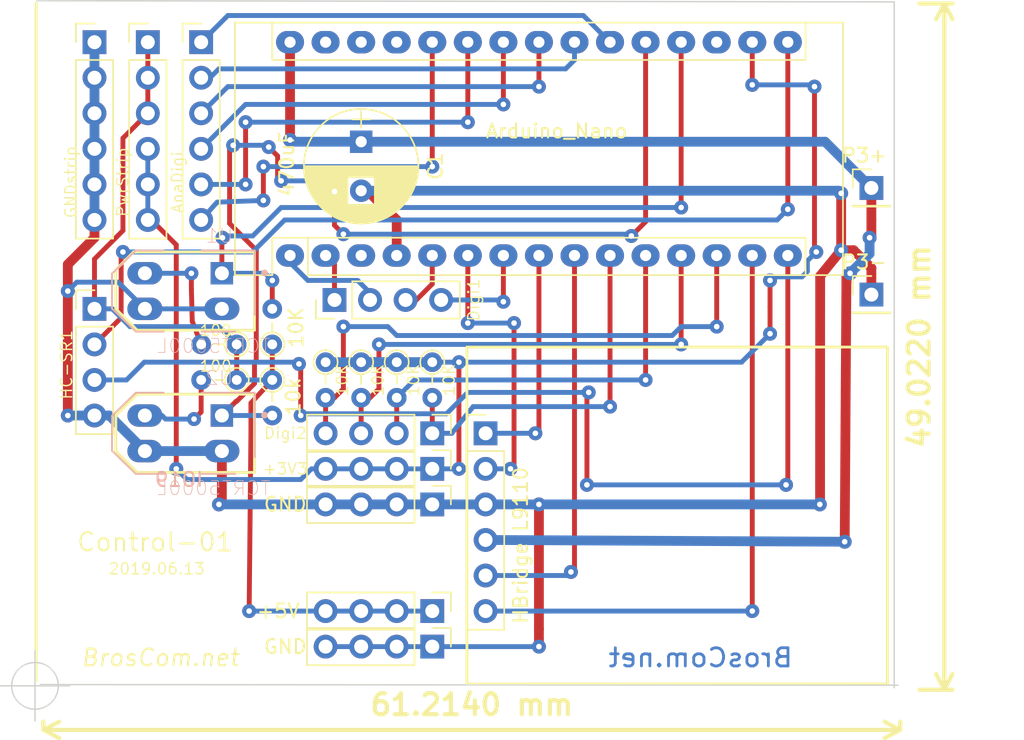
<source format=kicad_pcb>
(kicad_pcb (version 20211014) (generator pcbnew)
  (layers (0 "F.Cu" signal) (31 "B.Cu" signal) (34 "B.Paste" user) (35 "F.Paste" user) (36 "B.SilkS" user "B.Silkscreen") (37 "F.SilkS" user "F.Silkscreen") (38 "B.Mask" user) (39 "F.Mask" user) (44 "Edge.Cuts" user))
  (net 0 "")
  (net 1 "Net-(A1-Pad1)")
  (net 2 "+3V3")
  (net 3 "Net-(A1-Pad2)")
  (net 4 "Net-(A1-Pad19)")
  (net 5 "GND")
  (net 6 "Net-(A1-Pad20)")
  (net 7 "Net-(A1-Pad5)")
  (net 8 "Net-(A1-Pad21)")
  (net 9 "Net-(A1-Pad6)")
  (net 10 "Net-(A1-Pad22)")
  (net 11 "Net-(A1-Pad7)")
  (net 12 "Net-(A1-Pad23)")
  (net 13 "Net-(A1-Pad8)")
  (net 14 "Net-(A1-Pad24)")
  (net 15 "Net-(A1-Pad9)")
  (net 16 "Net-(A1-Pad25)")
  (net 17 "Net-(A1-Pad26)")
  (net 18 "Net-(A1-Pad14)")
  (net 19 "VCC")
  (net 20 "Net-(A1-Pad15)")
  (net 21 "Net-(A1-Pad16)")
  (net 22 "D7")
  (net 23 "D8")
  (net 24 "D9")
  (net 25 "D10")
  (net 26 "+5V")
  (net 27 "Net-(R3-Pad2)")
  (net 28 "Net-(R4-Pad2)")
  (footprint "Arduino:Arduino_Nano" (layer "F.Cu") (at 78.926 118.7644 90)
    (fp_text reference "A1" hide)
    (fp_text value "Arduino_Nano" (at 8.89 19.05 180) (layer "F.SilkS"))
    (pad "1" thru_hole oval locked (at 0 0 90) (size 1.6 2) (drill 0.8) (layers *.Cu *.Mask) (net 1 "Net-(A1-Pad1)"))
    (pad "2" thru_hole oval locked (at 0 2.54 90) (size 1.6 2) (drill 0.8) (layers *.Cu *.Mask) (net 3 "Net-(A1-Pad2)"))
    (pad "3" thru_hole oval locked (at 0 5.08 90) (size 1.6 2) (drill 0.8) (layers *.Cu *.Mask))
    (pad "4" thru_hole oval locked (at 0 7.62 90) (size 1.6 2) (drill 0.8) (layers *.Cu *.Mask) (net 5 "GND"))
    (pad "5" thru_hole oval locked (at 0 10.16 90) (size 1.6 2) (drill 0.8) (layers *.Cu *.Mask) (net 7 "Net-(A1-Pad5)"))
    (pad "6" thru_hole oval locked (at 0 12.7 90) (size 1.6 2) (drill 0.8) (layers *.Cu *.Mask) (net 9 "Net-(A1-Pad6)"))
    (pad "7" thru_hole oval locked (at 0 15.24 90) (size 1.6 2) (drill 0.8) (layers *.Cu *.Mask) (net 11 "Net-(A1-Pad7)"))
    (pad "8" thru_hole oval locked (at 0 17.78 90) (size 1.6 2) (drill 0.8) (layers *.Cu *.Mask) (net 13 "Net-(A1-Pad8)"))
    (pad "9" thru_hole oval locked (at 0 20.32 90) (size 1.6 2) (drill 0.8) (layers *.Cu *.Mask) (net 15 "Net-(A1-Pad9)"))
    (pad "10" thru_hole oval locked (at 0 22.86 90) (size 1.6 2) (drill 0.8) (layers *.Cu *.Mask) (net 22 "D7"))
    (pad "11" thru_hole oval locked (at 0 25.4 90) (size 1.6 2) (drill 0.8) (layers *.Cu *.Mask) (net 23 "D8"))
    (pad "12" thru_hole oval locked (at 0 27.94 90) (size 1.6 2) (drill 0.8) (layers *.Cu *.Mask) (net 24 "D9"))
    (pad "13" thru_hole oval locked (at 0 30.48 90) (size 1.6 2) (drill 0.8) (layers *.Cu *.Mask) (net 25 "D10"))
    (pad "14" thru_hole oval locked (at 0 33.02 90) (size 1.6 2) (drill 0.8) (layers *.Cu *.Mask) (net 18 "Net-(A1-Pad14)"))
    (pad "15" thru_hole oval locked (at 0 35.56 90) (size 1.6 2) (drill 0.8) (layers *.Cu *.Mask) (net 20 "Net-(A1-Pad15)"))
    (pad "16" thru_hole oval locked (at 15.24 35.56 90) (size 1.6 2) (drill 0.8) (layers *.Cu *.Mask) (net 21 "Net-(A1-Pad16)"))
    (pad "17" thru_hole oval locked (at 15.24 33.02 90) (size 1.6 2) (drill 0.8) (layers *.Cu *.Mask) (net 2 "+3V3"))
    (pad "18" thru_hole oval locked (at 15.24 30.48 90) (size 1.6 2) (drill 0.8) (layers *.Cu *.Mask))
    (pad "19" thru_hole oval locked (at 15.24 27.94 90) (size 1.6 2) (drill 0.8) (layers *.Cu *.Mask) (net 4 "Net-(A1-Pad19)"))
    (pad "20" thru_hole oval locked (at 15.24 25.4 90) (size 1.6 2) (drill 0.8) (layers *.Cu *.Mask) (net 6 "Net-(A1-Pad20)"))
    (pad "21" thru_hole oval locked (at 15.24 22.86 90) (size 1.6 2) (drill 0.8) (layers *.Cu *.Mask) (net 8 "Net-(A1-Pad21)"))
    (pad "22" thru_hole oval locked (at 15.24 20.32 90) (size 1.6 2) (drill 0.8) (layers *.Cu *.Mask) (net 10 "Net-(A1-Pad22)"))
    (pad "23" thru_hole oval locked (at 15.24 17.78 90) (size 1.6 2) (drill 0.8) (layers *.Cu *.Mask) (net 12 "Net-(A1-Pad23)"))
    (pad "24" thru_hole oval locked (at 15.24 15.24 90) (size 1.6 2) (drill 0.8) (layers *.Cu *.Mask) (net 14 "Net-(A1-Pad24)"))
    (pad "25" thru_hole oval locked (at 15.24 12.7 90) (size 1.6 2) (drill 0.8) (layers *.Cu *.Mask) (net 16 "Net-(A1-Pad25)"))
    (pad "26" thru_hole oval locked (at 15.24 10.16 90) (size 1.6 2) (drill 0.8) (layers *.Cu *.Mask) (net 17 "Net-(A1-Pad26)"))
    (pad "27" thru_hole oval locked (at 15.24 7.62 90) (size 1.6 2) (drill 0.8) (layers *.Cu *.Mask))
    (pad "28" thru_hole oval locked (at 15.24 5.08 90) (size 1.6 2) (drill 0.8) (layers *.Cu *.Mask))
    (pad "29" thru_hole oval locked (at 15.24 2.54 90) (size 1.6 2) (drill 0.8) (layers *.Cu *.Mask))
    (pad "30" thru_hole oval locked (at 15.24 0 90) (size 1.6 2) (drill 0.8) (layers *.Cu *.Mask) (net 19 "VCC"))
  )
  (footprint "Capacitors_ThroughHole:CP_Radial_D8.0mm_P3.50mm" (layer "F.Cu") (at 84.006 110.6364 -90)
    (fp_text reference "C1" (at 1.75 -5.31 -90) (layer "F.SilkS"))
    (fp_text value "470uF" (at 1.6 5.31 -90) (layer "F.SilkS"))
    (pad "1" thru_hole rect locked (at 0 0 270) (size 1.6 1.6) (drill 0.8) (layers *.Cu *.Mask) (net 19 "VCC"))
    (pad "2" thru_hole circle locked (at 3.5 0 270) (size 1.6 1.6) (drill 0.8) (layers *.Cu *.Mask) (net 5 "GND"))
  )
  (footprint "Resistors_ThroughHole:R_Axial_DIN0204_L3.6mm_D1.6mm_P2.54mm_Vertical" (layer "F.Cu") (at 77.656 125.1144 90)
    (fp_text reference "R1" hide)
    (fp_text value "10K" (at 1.2 1.7 90) (layer "F.SilkS"))
    (pad "1" thru_hole circle locked (at 0 0 90) (size 1.4 1.4) (drill 0.7) (layers *.Cu *.Mask) (net 26 "+5V"))
    (pad "2" thru_hole oval locked (at 2.54 0 90) (size 1.4 1.4) (drill 0.7) (layers *.Cu *.Mask) (net 4 "Net-(A1-Pad19)"))
  )
  (footprint "Pin_Headers:Pin_Header_Straight_1x04_Pitch2.54mm" (layer "F.Cu") (at 64.956 122.5744)
    (fp_text reference "HC-SR1" (at -2 4 90) (layer "F.SilkS") (effects (font (size 0.8 0.8) (thickness 0.1))))
    (fp_text value "Ultrasonic" hide)
    (pad "1" thru_hole rect locked (at 0 0) (size 1.7 1.7) (drill 1) (layers *.Cu *.Mask) (net 26 "+5V"))
    (pad "2" thru_hole oval locked (at 0 2.54) (size 1.7 1.7) (drill 1) (layers *.Cu *.Mask) (net 21 "Net-(A1-Pad16)"))
    (pad "3" thru_hole oval locked (at 0 5.08) (size 1.7 1.7) (drill 1) (layers *.Cu *.Mask) (net 20 "Net-(A1-Pad15)"))
    (pad "4" thru_hole oval locked (at 0 7.62) (size 1.7 1.7) (drill 1) (layers *.Cu *.Mask) (net 5 "GND"))
  )
  (footprint "Pin_Headers:Pin_Header_Straight_1x06_Pitch2.54mm" (layer "F.Cu") (at 92.896 131.4644)
    (fp_text reference "P1" hide)
    (fp_text value "HBridge L9110" (at 2.5 8 90) (layer "F.SilkS"))
    (pad "1" thru_hole rect locked (at 0 0) (size 1.7 1.7) (drill 1) (layers *.Cu *.Mask) (net 13 "Net-(A1-Pad8)"))
    (pad "2" thru_hole oval locked (at 0 2.54) (size 1.7 1.7) (drill 1) (layers *.Cu *.Mask) (net 9 "Net-(A1-Pad6)"))
    (pad "3" thru_hole oval locked (at 0 5.08) (size 1.7 1.7) (drill 1) (layers *.Cu *.Mask) (net 5 "GND"))
    (pad "4" thru_hole oval locked (at 0 7.62) (size 1.7 1.7) (drill 1) (layers *.Cu *.Mask) (net 19 "VCC"))
    (pad "5" thru_hole oval locked (at 0 10.16) (size 1.7 1.7) (drill 1) (layers *.Cu *.Mask) (net 15 "Net-(A1-Pad9)"))
    (pad "6" thru_hole oval locked (at 0 12.7) (size 1.7 1.7) (drill 1) (layers *.Cu *.Mask) (net 18 "Net-(A1-Pad14)"))
  )
  (footprint "Resistors_ThroughHole:R_Axial_DIN0204_L3.6mm_D1.6mm_P2.54mm_Vertical" (layer "F.Cu") (at 77.656 127.6544 -90)
    (fp_text reference "R2" hide)
    (fp_text value "10k" (at 1.2 -1.5 -90) (layer "F.SilkS"))
    (pad "1" thru_hole circle locked (at 0 0 270) (size 1.4 1.4) (drill 0.7) (layers *.Cu *.Mask) (net 26 "+5V"))
    (pad "2" thru_hole oval locked (at 2.54 0 270) (size 1.4 1.4) (drill 0.7) (layers *.Cu *.Mask) (net 6 "Net-(A1-Pad20)"))
  )
  (footprint "Resistors_ThroughHole:R_Axial_DIN0204_L3.6mm_D1.6mm_P2.54mm_Vertical" (layer "F.Cu") (at 75.116 125.1144 180)
    (fp_text reference "R3" hide)
    (fp_text value "100" (at 1.5 1 180) (layer "F.SilkS") (effects (font (size 0.8 0.8) (thickness 0.1))))
    (pad "1" thru_hole circle locked (at 0 0 180) (size 1.4 1.4) (drill 0.7) (layers *.Cu *.Mask) (net 26 "+5V"))
    (pad "2" thru_hole oval locked (at 2.54 0 180) (size 1.4 1.4) (drill 0.7) (layers *.Cu *.Mask) (net 27 "Net-(R3-Pad2)"))
  )
  (footprint "Resistors_ThroughHole:R_Axial_DIN0204_L3.6mm_D1.6mm_P2.54mm_Vertical" (layer "F.Cu") (at 75.116 127.6544 180)
    (fp_text reference "R4" hide)
    (fp_text value "100" (at 1.5 1 180) (layer "F.SilkS") (effects (font (size 0.8 0.8) (thickness 0.1))))
    (pad "1" thru_hole circle locked (at 0 0 180) (size 1.4 1.4) (drill 0.7) (layers *.Cu *.Mask) (net 26 "+5V"))
    (pad "2" thru_hole oval locked (at 2.54 0 180) (size 1.4 1.4) (drill 0.7) (layers *.Cu *.Mask) (net 28 "Net-(R4-Pad2)"))
  )
  (footprint "Resistors_ThroughHole:R_Axial_DIN0204_L3.6mm_D1.6mm_P2.54mm_Vertical" (layer "F.Cu") (at 89.086 126.3844 -90)
    (fp_text reference "R5" hide)
    (fp_text value "10K" (at 1.27 -1.2 -90) (layer "F.SilkS") (effects (font (size 0.8 0.8) (thickness 0.1))))
    (pad "1" thru_hole circle locked (at 0 0 270) (size 1.4 1.4) (drill 0.7) (layers *.Cu *.Mask) (net 2 "+3V3"))
    (pad "2" thru_hole oval locked (at 2.54 0 270) (size 1.4 1.4) (drill 0.7) (layers *.Cu *.Mask) (net 22 "D7"))
  )
  (footprint "Resistors_ThroughHole:R_Axial_DIN0204_L3.6mm_D1.6mm_P2.54mm_Vertical" (layer "F.Cu") (at 86.546 126.3844 -90)
    (fp_text reference "R6" hide)
    (fp_text value "10K" (at 1.27 -1.2 -90) (layer "F.SilkS") (effects (font (size 0.8 0.8) (thickness 0.1))))
    (pad "1" thru_hole circle locked (at 0 0 270) (size 1.4 1.4) (drill 0.7) (layers *.Cu *.Mask) (net 2 "+3V3"))
    (pad "2" thru_hole oval locked (at 2.54 0 270) (size 1.4 1.4) (drill 0.7) (layers *.Cu *.Mask) (net 23 "D8"))
  )
  (footprint "Resistors_ThroughHole:R_Axial_DIN0204_L3.6mm_D1.6mm_P2.54mm_Vertical" (layer "F.Cu") (at 84.006 126.3844 -90)
    (fp_text reference "R7" hide)
    (fp_text value "10K" (at 1.27 -1.2 -90) (layer "F.SilkS") (effects (font (size 0.8 0.8) (thickness 0.1))))
    (pad "1" thru_hole circle locked (at 0 0 270) (size 1.4 1.4) (drill 0.7) (layers *.Cu *.Mask) (net 2 "+3V3"))
    (pad "2" thru_hole oval locked (at 2.54 0 270) (size 1.4 1.4) (drill 0.7) (layers *.Cu *.Mask) (net 24 "D9"))
  )
  (footprint "Resistors_ThroughHole:R_Axial_DIN0204_L3.6mm_D1.6mm_P2.54mm_Vertical" (layer "F.Cu") (at 81.466 126.3844 -90)
    (fp_text reference "R8" hide)
    (fp_text value "10K" (at 1.27 -1.2 -90) (layer "F.SilkS") (effects (font (size 0.8 0.8) (thickness 0.1))))
    (pad "1" thru_hole circle locked (at 0 0 270) (size 1.4 1.4) (drill 0.7) (layers *.Cu *.Mask) (net 2 "+3V3"))
    (pad "2" thru_hole oval locked (at 2.54 0 270) (size 1.4 1.4) (drill 0.7) (layers *.Cu *.Mask) (net 25 "D10"))
  )
  (footprint "Pin_Headers:Pin_Header_Straight_1x06_Pitch2.54mm" (layer "F.Cu") (at 72.576 103.5244)
    (fp_text reference "P2" hide)
    (fp_text value "AnaDigi" (at -1.7 10 90) (layer "F.SilkS") (effects (font (size 0.8 0.8) (thickness 0.1))))
    (pad "1" thru_hole rect locked (at 0 0) (size 1.7 1.7) (drill 1) (layers *.Cu *.Mask) (net 8 "Net-(A1-Pad21)"))
    (pad "2" thru_hole oval locked (at 0 2.54) (size 1.7 1.7) (drill 1) (layers *.Cu *.Mask) (net 10 "Net-(A1-Pad22)"))
    (pad "3" thru_hole oval locked (at 0 5.08) (size 1.7 1.7) (drill 1) (layers *.Cu *.Mask) (net 12 "Net-(A1-Pad23)"))
    (pad "4" thru_hole oval locked (at 0 7.62) (size 1.7 1.7) (drill 1) (layers *.Cu *.Mask) (net 14 "Net-(A1-Pad24)"))
    (pad "5" thru_hole oval locked (at 0 10.16) (size 1.7 1.7) (drill 1) (layers *.Cu *.Mask) (net 16 "Net-(A1-Pad25)"))
    (pad "6" thru_hole oval locked (at 0 12.7) (size 1.7 1.7) (drill 1) (layers *.Cu *.Mask) (net 17 "Net-(A1-Pad26)"))
  )
  (footprint "Pin_Headers:Pin_Header_Straight_1x04_Pitch2.54mm" (layer "F.Cu") (at 82.101 121.9394 90)
    (fp_text reference "P3" hide)
    (fp_text value "Digi1" (at 0 9.95 90) (layer "F.SilkS") (effects (font (size 0.8 0.8) (thickness 0.1))))
    (pad "1" thru_hole rect locked (at 0 0 90) (size 1.7 1.7) (drill 1) (layers *.Cu *.Mask) (net 3 "Net-(A1-Pad2)"))
    (pad "2" thru_hole oval locked (at 0 2.54 90) (size 1.7 1.7) (drill 1) (layers *.Cu *.Mask) (net 1 "Net-(A1-Pad1)"))
    (pad "3" thru_hole oval locked (at 0 5.08 90) (size 1.7 1.7) (drill 1) (layers *.Cu *.Mask) (net 7 "Net-(A1-Pad5)"))
    (pad "4" thru_hole oval locked (at 0 7.62 90) (size 1.7 1.7) (drill 1) (layers *.Cu *.Mask) (net 11 "Net-(A1-Pad7)"))
  )
  (footprint "Pin_Headers:Pin_Header_Straight_1x04_Pitch2.54mm" (layer "F.Cu") (at 89.086 131.4644 -90)
    (fp_text reference "P4" hide)
    (fp_text value "Digi2" (at 0 10.5) (layer "F.SilkS") (effects (font (size 0.8 0.8) (thickness 0.1))))
    (pad "1" thru_hole rect locked (at 0 0 270) (size 1.7 1.7) (drill 1) (layers *.Cu *.Mask) (net 22 "D7"))
    (pad "2" thru_hole oval locked (at 0 2.54 270) (size 1.7 1.7) (drill 1) (layers *.Cu *.Mask) (net 23 "D8"))
    (pad "3" thru_hole oval locked (at 0 5.08 270) (size 1.7 1.7) (drill 1) (layers *.Cu *.Mask) (net 24 "D9"))
    (pad "4" thru_hole oval locked (at 0 7.62 270) (size 1.7 1.7) (drill 1) (layers *.Cu *.Mask) (net 25 "D10"))
  )
  (footprint "Pin_Headers:Pin_Header_Straight_1x04_Pitch2.54mm" (layer "F.Cu") (at 89.086 146.7044 -90)
    (fp_text reference "P3G1" hide)
    (fp_text value "GND" (at 0 10.5) (layer "F.SilkS"))
    (pad "1" thru_hole rect locked (at 0 0 270) (size 1.7 1.7) (drill 1) (layers *.Cu *.Mask) (net 5 "GND"))
    (pad "2" thru_hole oval locked (at 0 2.54 270) (size 1.7 1.7) (drill 1) (layers *.Cu *.Mask) (net 5 "GND"))
    (pad "3" thru_hole oval locked (at 0 5.08 270) (size 1.7 1.7) (drill 1) (layers *.Cu *.Mask) (net 5 "GND"))
    (pad "4" thru_hole oval locked (at 0 7.62 270) (size 1.7 1.7) (drill 1) (layers *.Cu *.Mask) (net 5 "GND"))
  )
  (footprint "Pin_Headers:Pin_Header_Straight_1x04_Pitch2.54mm" (layer "F.Cu") (at 89.086 144.1644 -90)
    (fp_text reference "P3V1" hide)
    (fp_text value "+5V" (at 0 11) (layer "F.SilkS"))
    (pad "1" thru_hole rect locked (at 0 0 270) (size 1.7 1.7) (drill 1) (layers *.Cu *.Mask) (net 26 "+5V"))
    (pad "2" thru_hole oval locked (at 0 2.54 270) (size 1.7 1.7) (drill 1) (layers *.Cu *.Mask) (net 26 "+5V"))
    (pad "3" thru_hole oval locked (at 0 5.08 270) (size 1.7 1.7) (drill 1) (layers *.Cu *.Mask) (net 26 "+5V"))
    (pad "4" thru_hole oval locked (at 0 7.62 270) (size 1.7 1.7) (drill 1) (layers *.Cu *.Mask) (net 26 "+5V"))
  )
  (footprint "Pin_Headers:Pin_Header_Straight_1x04_Pitch2.54mm" (layer "F.Cu") (at 89.086 136.5444 -90)
    (fp_text reference "P4G1" hide)
    (fp_text value "GND" (at 0 10.5) (layer "F.SilkS"))
    (pad "1" thru_hole rect locked (at 0 0 270) (size 1.7 1.7) (drill 1) (layers *.Cu *.Mask) (net 5 "GND"))
    (pad "2" thru_hole oval locked (at 0 2.54 270) (size 1.7 1.7) (drill 1) (layers *.Cu *.Mask) (net 5 "GND"))
    (pad "3" thru_hole oval locked (at 0 5.08 270) (size 1.7 1.7) (drill 1) (layers *.Cu *.Mask) (net 5 "GND"))
    (pad "4" thru_hole oval locked (at 0 7.62 270) (size 1.7 1.7) (drill 1) (layers *.Cu *.Mask) (net 5 "GND"))
  )
  (footprint "Pin_Headers:Pin_Header_Straight_1x04_Pitch2.54mm" (layer "F.Cu") (at 89.086 134.0044 -90)
    (fp_text reference "P4V1" hide)
    (fp_text value "+3V3" (at 0 10.5) (layer "F.SilkS") (effects (font (size 0.8 0.8) (thickness 0.1))))
    (pad "1" thru_hole rect locked (at 0 0 270) (size 1.7 1.7) (drill 1) (layers *.Cu *.Mask) (net 2 "+3V3"))
    (pad "2" thru_hole oval locked (at 0 2.54 270) (size 1.7 1.7) (drill 1) (layers *.Cu *.Mask) (net 2 "+3V3"))
    (pad "3" thru_hole oval locked (at 0 5.08 270) (size 1.7 1.7) (drill 1) (layers *.Cu *.Mask) (net 2 "+3V3"))
    (pad "4" thru_hole oval locked (at 0 7.62 270) (size 1.7 1.7) (drill 1) (layers *.Cu *.Mask) (net 2 "+3V3"))
  )
  (footprint "Pin_Headers:Pin_Header_Straight_1x01_Pitch2.54mm" (layer "F.Cu") (at 120.455 113.9384)
    (fp_text reference "P3+" (at -0.5 -2.33) (layer "F.SilkS"))
    (fp_text value "CONN_01X01" hide)
    (pad "1" thru_hole rect locked (at 0 0) (size 1.7 1.7) (drill 1) (layers *.Cu *.Mask) (net 19 "VCC"))
  )
  (footprint "Pin_Headers:Pin_Header_Straight_1x01_Pitch2.54mm" (layer "F.Cu") (at 120.455 121.5584)
    (fp_text reference "P3-" (at -0.5 -2.33) (layer "F.SilkS"))
    (fp_text value "CONN_01X01" hide)
    (pad "1" thru_hole rect locked (at 0 0) (size 1.7 1.7) (drill 1) (layers *.Cu *.Mask) (net 5 "GND"))
  )
  (footprint "Pin_Headers:Pin_Header_Straight_1x06_Pitch2.54mm" (layer "F.Cu") (at 64.956 103.5244)
    (fp_text reference "GNDstrip1" hide)
    (fp_text value "GNDstrip" (at -1.7 10 90) (layer "F.SilkS") (effects (font (size 0.8 0.8) (thickness 0.1))))
    (pad "1" thru_hole rect locked (at 0 0) (size 1.7 1.7) (drill 1) (layers *.Cu *.Mask) (net 5 "GND"))
    (pad "2" thru_hole oval locked (at 0 2.54) (size 1.7 1.7) (drill 1) (layers *.Cu *.Mask) (net 5 "GND"))
    (pad "3" thru_hole oval locked (at 0 5.08) (size 1.7 1.7) (drill 1) (layers *.Cu *.Mask) (net 5 "GND"))
    (pad "4" thru_hole oval locked (at 0 7.62) (size 1.7 1.7) (drill 1) (layers *.Cu *.Mask) (net 5 "GND"))
    (pad "5" thru_hole oval locked (at 0 10.16) (size 1.7 1.7) (drill 1) (layers *.Cu *.Mask) (net 5 "GND"))
    (pad "6" thru_hole oval locked (at 0 12.7) (size 1.7 1.7) (drill 1) (layers *.Cu *.Mask) (net 5 "GND"))
  )
  (footprint "Pin_Headers:Pin_Header_Straight_1x06_Pitch2.54mm" (layer "F.Cu") (at 68.766 103.5244)
    (fp_text reference "PwrStrip1" hide)
    (fp_text value "PwrStrip" (at -1.8 10 90) (layer "F.SilkS") (effects (font (size 0.8 0.8) (thickness 0.1))))
    (pad "1" thru_hole rect locked (at 0 0) (size 1.7 1.7) (drill 1) (layers *.Cu *.Mask) (net 26 "+5V"))
    (pad "2" thru_hole oval locked (at 0 2.54) (size 1.7 1.7) (drill 1) (layers *.Cu *.Mask) (net 26 "+5V"))
    (pad "3" thru_hole oval locked (at 0 5.08) (size 1.7 1.7) (drill 1) (layers *.Cu *.Mask) (net 26 "+5V"))
    (pad "4" thru_hole oval locked (at 0 7.62) (size 1.7 1.7) (drill 1) (layers *.Cu *.Mask) (net 2 "+3V3"))
    (pad "5" thru_hole oval locked (at 0 10.16) (size 1.7 1.7) (drill 1) (layers *.Cu *.Mask) (net 2 "+3V3"))
    (pad "6" thru_hole oval locked (at 0 12.7) (size 1.7 1.7) (drill 1) (layers *.Cu *.Mask) (net 2 "+3V3"))
  )
  (footprint "OptoDC:XDCR_TCRT5000L" (layer "B.Cu") (at 71.306 121.3044 180)
    (fp_text reference "U1" (at -2.56946 3.94956 180) (layer "B.SilkS") (effects (font (size 1.0037 1.0037) (thickness 0.05)) (justify mirror)))
    (fp_text value "TCRT5000L" (at -2.17824 -3.92083 180) (layer "B.SilkS") (effects (font (size 1.00148 1.00148) (thickness 0.05)) (justify mirror)))
    (pad "1" thru_hole rect locked (at -2.75 1.27 180) (size 1.6 1.6) (drill 1) (layers *.Cu *.Mask) (net 4 "Net-(A1-Pad19)"))
    (pad "2" thru_hole oval locked (at -2.75 -1.27 180) (size 2.5 1.6) (drill 1) (layers *.Cu *.Mask) (net 5 "GND"))
    (pad "3" thru_hole oval locked (at 2.75 -1.27 180) (size 2.5 1.6) (drill 1) (layers *.Cu *.Mask) (net 5 "GND"))
    (pad "4" thru_hole oval locked (at 2.75 1.27 180) (size 2.5 1.6) (drill 1) (layers *.Cu *.Mask) (net 27 "Net-(R3-Pad2)"))
  )
  (footprint "OptoDC:XDCR_TCRT5000L" (layer "B.Cu") (at 71.306 131.4644 180)
    (fp_text reference "U2" (at -2.56946 3.94956 180) (layer "B.SilkS") (effects (font (size 1.0037 1.0037) (thickness 0.05)) (justify mirror)))
    (fp_text value "TCRT5000L" (at -2.17824 -3.92083 180) (layer "B.SilkS") (effects (font (size 1.00148 1.00148) (thickness 0.05)) (justify mirror)))
    (pad "1" thru_hole rect locked (at -2.75 1.27 180) (size 1.6 1.6) (drill 1) (layers *.Cu *.Mask) (net 6 "Net-(A1-Pad20)"))
    (pad "2" thru_hole oval locked (at -2.75 -1.27 180) (size 2.5 1.6) (drill 1) (layers *.Cu *.Mask) (net 5 "GND"))
    (pad "3" thru_hole oval locked (at 2.75 -1.27 180) (size 2.5 1.6) (drill 1) (layers *.Cu *.Mask) (net 5 "GND"))
    (pad "4" thru_hole oval locked (at 2.75 1.27 180) (size 2.5 1.6) (drill 1) (layers *.Cu *.Mask) (net 28 "Net-(R4-Pad2)"))
  )
  (gr_line (start 121.598 125.3049) (end 121.598 149.3049) (layer "F.SilkS") (width 0.2))
  (gr_line (start 66.48 132.7344) (end 66.48 130.1944) (layer "F.SilkS") (width 0.2))
  (gr_line (start 66.48 130.1944) (end 68.004 128.6704) (layer "F.SilkS") (width 0.2))
  (gr_line (start 91.5625 125.3049) (end 121.5625 125.3049) (layer "F.SilkS") (width 0.2))
  (gr_line (start 67.75 118.5104) (end 76.386 118.5104) (layer "F.SilkS") (width 0.2))
  (gr_line (start 76.386 128.6704) (end 76.386 134.2584) (layer "F.SilkS") (width 0.2))
  (gr_line (start 68.004 124.0984) (end 66.48 122.5744) (layer "F.SilkS") (width 0.2))
  (gr_line (start 76.386 118.5104) (end 76.386 124.0984) (layer "F.SilkS") (width 0.2))
  (gr_line (start 68.004 134.2584) (end 66.48 132.7344) (layer "F.SilkS") (width 0.2))
  (gr_line (start 66.48 122.5744) (end 66.48 119.7804) (layer "F.SilkS") (width 0.2))
  (gr_line (start 76.386 134.2584) (end 68.004 134.2584) (layer "F.SilkS") (width 0.2))
  (gr_line (start 60.786 100.7344) (end 60.786 149.1444) (layer "F.SilkS") (width 0.2))
  (gr_line (start 91.5625 149.3714) (end 121.5625 149.3714) (layer "F.SilkS") (width 0.2))
  (gr_line (start 91.5625 125.3049) (end 91.5625 149.3049) (layer "F.SilkS") (width 0.2))
  (gr_line (start 67.75 118.5104) (end 68.004 118.5104) (layer "F.SilkS") (width 0.2))
  (gr_line (start 76.386 124.0984) (end 68.004 124.0984) (layer "F.SilkS") (width 0.2))
  (gr_line (start 68.004 128.6704) (end 76.386 128.6704) (layer "F.SilkS") (width 0.2))
  (gr_line (start 66.48 119.7804) (end 67.75 118.5104) (layer "F.SilkS") (width 0.2))
  (gr_line (start 122.372 149.4588) (end 61.086 149.4144) (layer "Edge.Cuts") (width 0.1))
  (gr_line (start 122.086 100.6464) (end 122.086 149.6464) (layer "Edge.Cuts") (width 0.1))
  (gr_line (start 122.086 100.6464) (end 60.842 100.5608) (layer "Edge.Cuts") (width 0.1))
  (gr_text "BrosCom.net" (at 108.263 147.4918) (layer "B.Cu") (effects (font (size 1.3 1.4) (thickness 0.2)) (justify mirror)))
  (gr_text "IO19" (at 70.993 134.7724) (layer "B.SilkS") (effects (font (size 1 1)) (justify mirror)))
  (gr_text "BrosCom.net" (at 69.655 147.4918) (layer "F.SilkS") (effects (font (size 1.2 1.2) (thickness 0.15) italic)))
  (gr_text " Control-01  \n" (at 69.782 139.2368) (layer "F.SilkS") (effects (font (size 1.3 1.3))))
  (gr_text "2019.06.13" (at 69.401 141.1418) (layer "F.SilkS") (effects (font (size 0.8 0.8) (thickness 0.1))))
  (dimension (type aligned) (layer "F.SilkS") (pts (xy 123.888 149.7864) (xy 123.888 100.7644)) (height 1.778) (gr_text "49,0220 mm" (at 123.866 125.2754 90) (layer "F.SilkS") (effects (font (size 1.5 1.5) (thickness 0.3)))) (format (units 2) (units_format 1) (precision 4)) (style (thickness 0.3) (arrow_length 1.27) (text_position_mode 0) (extension_height 0.58642) (extension_offset 0) keep_text_aligned))
  (dimension (type aligned) (layer "F.SilkS") (pts (xy 61.306 152.6544) (xy 122.52 152.6544)) (height 0) (gr_text "61,2140 mm" (at 91.913 150.8544) (layer "F.SilkS") (effects (font (size 1.5 1.5) (thickness 0.3)))) (format (units 2) (units_format 1) (precision 4)) (style (thickness 0.3) (arrow_length 1.27) (text_position_mode 0) (extension_height 0.58642) (extension_offset 0) keep_text_aligned))
  (target plus (at 60.706 149.5044) (size 5) (width 0.1) (layer "Edge.Cuts"))
  (segment (start 78.926 119.2724) (end 80.196 120.5424) (width 0.35) (layer "B.Cu") (net 1))
  (segment (start 80.196 120.5424) (end 83.752 120.5424) (width 0.35) (layer "B.Cu") (net 1))
  (segment (start 83.752 120.5424) (end 84.641 121.4314) (width 0.35) (layer "B.Cu") (net 1))
  (segment (start 84.641 121.4314) (end 84.641 121.9394) (width 0.35) (layer "B.Cu") (net 1))
  (segment (start 78.926 118.7644) (end 78.926 119.2724) (width 0.35) (layer "B.Cu") (net 1))
  (segment (start 90.991 126.3844) (end 90.991 134.0044) (width 0.35) (layer "F.Cu") (net 2))
  (segment (start 116.518 118.5104) (end 116.391 118.3834) (width 0.35) (layer "F.Cu") (net 2))
  (segment (start 116.391 118.3834) (end 116.391 106.6994) (width 0.35) (layer "F.Cu") (net 2))
  (segment (start 111.946 106.5724) (end 111.946 103.5244) (width 0.35) (layer "F.Cu") (net 2))
  (segment (start 69.02 116.2244) (end 70.798 118.0024) (width 0.35) (layer "F.Cu") (net 2))
  (segment (start 70.798 118.0024) (end 70.798 134.0044) (width 0.35) (layer "F.Cu") (net 2))
  (segment (start 113.216 122.4474) (end 113.216 120.5424) (width 0.35) (layer "F.Cu") (net 2))
  (segment (start 113.216 124.3524) (end 113.216 122.4474) (width 0.35) (layer "F.Cu") (net 2))
  (segment (start 68.766 116.2244) (end 69.02 116.2244) (width 0.35) (layer "F.Cu") (net 2))
  (via (at 111.946 106.5724) (size 1) (drill 0.4) (layers "F.Cu" "B.Cu") (net 2))
  (via (at 70.798 134.0044) (size 1) (drill 0.4) (layers "F.Cu" "B.Cu") (net 2))
  (via (at 113.216 124.3524) (size 1) (drill 0.4) (layers "F.Cu" "B.Cu") (net 2))
  (via (at 90.991 126.3844) (size 1) (drill 0.4) (layers "F.Cu" "B.Cu") (net 2))
  (via (at 90.991 134.0044) (size 1) (drill 0.4) (layers "F.Cu" "B.Cu") (net 2))
  (via (at 116.391 106.6994) (size 1) (drill 0.4) (layers "F.Cu" "B.Cu") (net 2))
  (via (at 116.518 118.5104) (size 1) (drill 0.4) (layers "F.Cu" "B.Cu") (net 2))
  (via (at 113.216 120.5424) (size 1) (drill 0.4) (layers "F.Cu" "B.Cu") (net 2))
  (segment (start 111.184 126.3844) (end 113.216 124.3524) (width 0.35) (layer "B.Cu") (net 2))
  (segment (start 113.216 120.5424) (end 113.47 120.2884) (width 0.35) (layer "B.Cu") (net 2))
  (segment (start 113.47 120.2884) (end 115.502 120.2884) (width 0.35) (layer "B.Cu") (net 2))
  (segment (start 115.502 120.2884) (end 115.883 119.9074) (width 0.35) (layer "B.Cu") (net 2))
  (segment (start 115.883 119.1454) (end 116.518 118.5104) (width 0.35) (layer "B.Cu") (net 2))
  (segment (start 116.264 106.5724) (end 111.946 106.5724) (width 0.35) (layer "B.Cu") (net 2))
  (segment (start 82.355 126.3844) (end 85.022 126.3844) (width 0.7) (layer "B.Cu") (net 2))
  (segment (start 85.022 126.3844) (end 89.086 126.3844) (width 0.7) (layer "B.Cu") (net 2))
  (segment (start 70.798 134.0044) (end 71.56 134.7664) (width 0.35) (layer "B.Cu") (net 2))
  (segment (start 71.56 134.7664) (end 79.688 134.7664) (width 0.35) (layer "B.Cu") (net 2))
  (segment (start 79.688 134.7664) (end 80.45 134.0044) (width 0.35) (layer "B.Cu") (net 2))
  (segment (start 80.45 134.0044) (end 81.466 134.0044) (width 0.35) (layer "B.Cu") (net 2))
  (segment (start 89.086 126.3844) (end 86.546 126.3844) (width 0.7) (layer "B.Cu") (net 2))
  (segment (start 85.022 126.3844) (end 84.006 126.3844) (width 0.7) (layer "B.Cu") (net 2))
  (segment (start 115.883 119.9074) (end 115.883 119.1454) (width 0.35) (layer "B.Cu") (net 2))
  (segment (start 86.546 134.0044) (end 84.006 134.0044) (width 0.35) (layer "B.Cu") (net 2))
  (segment (start 84.006 134.0044) (end 81.466 134.0044) (width 0.35) (layer "B.Cu") (net 2))
  (segment (start 89.086 134.0044) (end 90.991 134.0044) (width 0.35) (layer "B.Cu") (net 2))
  (segment (start 90.991 126.3844) (end 89.086 126.3844) (width 0.35) (layer "B.Cu") (net 2))
  (segment (start 86.546 126.3844) (end 84.006 126.3844) (width 0.7) (layer "B.Cu") (net 2))
  (segment (start 89.086 134.0044) (end 86.546 134.0044) (width 0.35) (layer "B.Cu") (net 2))
  (segment (start 68.766 116.2244) (end 68.766 113.6844) (width 0.35) (layer "B.Cu") (net 2))
  (segment (start 68.766 113.6844) (end 68.766 111.1444) (width 0.35) (layer "B.Cu") (net 2))
  (segment (start 90.991 126.3844) (end 111.184 126.3844) (width 0.35) (layer "B.Cu") (net 2))
  (segment (start 82.355 126.3844) (end 81.466 126.3844) (width 0.7) (layer "B.Cu") (net 2))
  (segment (start 82.101 119.3994) (end 81.466 118.7644) (width 0.35) (layer "F.Cu") (net 3))
  (segment (start 82.101 121.9394) (end 82.101 119.3994) (width 0.35) (layer "F.Cu") (net 3))
  (segment (start 74.056 117.5384) (end 74.1 117.4944) (width 0.35) (layer "F.Cu") (net 4))
  (segment (start 106.866 115.3354) (end 106.866 103.5244) (width 0.35) (layer "F.Cu") (net 4))
  (segment (start 74.056 120.0344) (end 74.056 117.5384) (width 0.35) (layer "F.Cu") (net 4))
  (segment (start 77.656 122.5744) (end 77.656 120.5424) (width 0.35) (layer "F.Cu") (net 4))
  (via (at 106.866 115.3354) (size 1) (drill 0.4) (layers "F.Cu" "B.Cu") (net 4))
  (via (at 74.1 117.4944) (size 1) (drill 0.4) (layers "F.Cu" "B.Cu") (net 4))
  (via (at 77.656 120.5424) (size 1) (drill 0.4) (layers "F.Cu" "B.Cu") (net 4))
  (segment (start 74.1 117.4944) (end 74.227 117.3674) (width 0.35) (layer "B.Cu") (net 4))
  (segment (start 74.227 117.3674) (end 76.259 117.3674) (width 0.35) (layer "B.Cu") (net 4))
  (segment (start 76.259 117.3674) (end 78.291 115.3354) (width 0.35) (layer "B.Cu") (net 4))
  (segment (start 78.291 115.3354) (end 106.866 115.3354) (width 0.35) (layer "B.Cu") (net 4))
  (segment (start 77.656 120.5424) (end 77.148 120.0344) (width 0.35) (layer "B.Cu") (net 4))
  (segment (start 77.148 120.0344) (end 74.056 120.0344) (width 0.35) (layer "B.Cu") (net 4))
  (segment (start 84.458 114.1364) (end 86.546 116.2244) (width 0.7) (layer "F.Cu") (net 5))
  (segment (start 86.546 116.2244) (end 86.546 118.7644) (width 0.7) (layer "F.Cu") (net 5))
  (segment (start 118.296 118.3834) (end 118.296 114.3194) (width 0.7) (layer "F.Cu") (net 5))
  (segment (start 116.772 136.5444) (end 116.789162 136.562395) (width 0.7) (layer "F.Cu") (net 5))
  (segment (start 116.789162 136.562395) (end 116.796503 120.228934) (width 0.7) (layer "F.Cu") (net 5))
  (segment (start 116.796503 120.228934) (end 118.296 118.3834) (width 0.7) (layer "F.Cu") (net 5))
  (segment (start 96.706 146.7044) (end 96.706 145.4344) (width 0.7) (layer "F.Cu") (net 5))
  (segment (start 96.706 145.4344) (end 96.706 136.5444) (width 0.7) (layer "F.Cu") (net 5))
  (segment (start 63.051 130.1944) (end 63.051 121.3044) (width 0.7) (layer "F.Cu") (net 5))
  (segment (start 74.056 136.3344) (end 73.846 136.5444) (width 0.7) (layer "F.Cu") (net 5))
  (segment (start 120.455 119.6534) (end 119.185 118.3834) (width 0.7) (layer "F.Cu") (net 5))
  (segment (start 119.185 118.3834) (end 118.296 118.3834) (width 0.7) (layer "F.Cu") (net 5))
  (segment (start 63.051 119.3994) (end 64.956 117.4944) (width 0.7) (layer "F.Cu") (net 5))
  (segment (start 64.956 117.4944) (end 64.956 116.2244) (width 0.7) (layer "F.Cu") (net 5))
  (segment (start 120.455 121.5584) (end 120.455 119.6534) (width 0.7) (layer "F.Cu") (net 5))
  (segment (start 74.056 132.7344) (end 74.056 136.3344) (width 0.7) (layer "F.Cu") (net 5))
  (segment (start 63.051 121.3044) (end 63.051 119.3994) (width 0.7) (layer "F.Cu") (net 5))
  (segment (start 84.006 114.1364) (end 84.458 114.1364) (width 0.7) (layer "F.Cu") (net 5))
  (via (at 118.296 118.3834) (size 1) (drill 0.4) (layers "F.Cu" "B.Cu") (net 5))
  (via (at 118.296 114.3194) (size 1) (drill 0.4) (layers "F.Cu" "B.Cu") (net 5))
  (via (at 96.706 136.5444) (size 1) (drill 0.4) (layers "F.Cu" "B.Cu") (net 5))
  (via (at 116.772 136.5444) (size 1) (drill 0.4) (layers "F.Cu" "B.Cu") (net 5))
  (via (at 63.051 130.1944) (size 1) (drill 0.4) (layers "F.Cu" "B.Cu") (net 5))
  (via (at 96.706 146.7044) (size 1) (drill 0.4) (layers "F.Cu" "B.Cu") (net 5))
  (via (at 73.846 136.5444) (size 1) (drill 0.4) (layers "F.Cu" "B.Cu") (net 5))
  (via (at 63.051 121.3044) (size 1) (drill 0.4) (layers "F.Cu" "B.Cu") (net 5))
  (segment (start 118.296 114.3194) (end 118.113 114.1364) (width 0.7) (layer "B.Cu") (net 5))
  (segment (start 118.113 114.1364) (end 84.006 114.1364) (width 0.7) (layer "B.Cu") (net 5))
  (segment (start 86.546 136.5444) (end 84.006 136.5444) (width 0.7) (layer "B.Cu") (net 5))
  (segment (start 84.006 136.5444) (end 81.466 136.5444) (width 0.7) (layer "B.Cu") (net 5))
  (segment (start 96.706 136.5444) (end 116.772 136.5444) (width 0.7) (layer "B.Cu") (net 5))
  (segment (start 66.016 130.1944) (end 68.556 132.7344) (width 0.7) (layer "B.Cu") (net 5))
  (segment (start 68.556 132.7344) (end 74.056 132.7344) (width 0.7) (layer "B.Cu") (net 5))
  (segment (start 63.051 121.3044) (end 63.686 120.6694) (width 0.35) (layer "B.Cu") (net 5))
  (segment (start 63.686 120.6694) (end 66.651 120.6694) (width 0.35) (layer "B.Cu") (net 5))
  (segment (start 66.651 120.6694) (end 68.556 122.5744) (width 0.35) (layer "B.Cu") (net 5))
  (segment (start 73.846 136.5444) (end 81.466 136.5444) (width 0.7) (layer "B.Cu") (net 5))
  (segment (start 64.956 130.1944) (end 63.051 130.1944) (width 0.7) (layer "B.Cu") (net 5))
  (segment (start 64.956 130.1944) (end 66.016 130.1944) (width 0.7) (layer "B.Cu") (net 5))
  (segment (start 64.956 108.6044) (end 64.956 106.0644) (width 0.7) (layer "B.Cu") (net 5))
  (segment (start 86.546 146.7044) (end 84.006 146.7044) (width 0.35) (layer "B.Cu") (net 5))
  (segment (start 68.556 122.5744) (end 74.056 122.5744) (width 0.35) (layer "B.Cu") (net 5))
  (segment (start 64.956 111.1444) (end 64.956 108.6044) (width 0.7) (layer "B.Cu") (net 5))
  (segment (start 89.086 146.7044) (end 86.546 146.7044) (width 0.35) (layer "B.Cu") (net 5))
  (segment (start 92.896 136.5444) (end 89.086 136.5444) (width 0.7) (layer "B.Cu") (net 5))
  (segment (start 84.006 146.7044) (end 81.466 146.7044) (width 0.35) (layer "B.Cu") (net 5))
  (segment (start 92.896 136.5444) (end 96.706 136.5444) (width 0.7) (layer "B.Cu") (net 5))
  (segment (start 64.956 113.6844) (end 64.956 111.1444) (width 0.7) (layer "B.Cu") (net 5))
  (segment (start 89.086 146.7044) (end 96.706 146.7044) (width 0.35) (layer "B.Cu") (net 5))
  (segment (start 64.956 106.0644) (end 64.956 103.5244) (width 0.7) (layer "B.Cu") (net 5))
  (segment (start 89.086 136.5444) (end 86.546 136.5444) (width 0.7) (layer "B.Cu") (net 5))
  (segment (start 64.956 116.2244) (end 64.956 113.6844) (width 0.7) (layer "B.Cu") (net 5))
  (segment (start 104.326 116.3514) (end 103.31 117.3674) (width 0.35) (layer "F.Cu") (net 6))
  (segment (start 82.736 117.2404) (end 82.101 116.6054) (width 0.35) (layer "F.Cu") (net 6))
  (segment (start 82.101 116.6054) (end 82.101 114.1924) (width 0.35) (layer "F.Cu") (net 6))
  (segment (start 78.291 113.4304) (end 78.037 113.1764) (width 0.35) (layer "F.Cu") (net 6))
  (segment (start 78.037 113.1764) (end 78.037 111.6524) (width 0.35) (layer "F.Cu") (net 6))
  (segment (start 78.037 111.6524) (end 77.402 111.0174) (width 0.35) (layer "F.Cu") (net 6))
  (segment (start 74.862 110.8904) (end 74.608 111.1444) (width 0.35) (layer "F.Cu") (net 6))
  (segment (start 74.608 111.1444) (end 74.608 116.4784) (width 0.35) (layer "F.Cu") (net 6))
  (segment (start 74.608 116.4784) (end 76.513 118.3834) (width 0.35) (layer "F.Cu") (net 6))
  (segment (start 76.513 118.3834) (end 76.513 126.2574) (width 0.35) (layer "F.Cu") (net 6))
  (segment (start 76.513 126.2574) (end 76.386 126.3844) (width 0.35) (layer "F.Cu") (net 6))
  (segment (start 76.386 127.9084) (end 75.116 129.1784) (width 0.35) (layer "F.Cu") (net 6))
  (segment (start 75.116 129.1784) (end 75.072 129.1784) (width 0.35) (layer "F.Cu") (net 6))
  (segment (start 75.072 129.1784) (end 74.056 130.1944) (width 0.35) (layer "F.Cu") (net 6))
  (segment (start 104.326 103.5244) (end 104.326 116.3514) (width 0.35) (layer "F.Cu") (net 6))
  (segment (start 76.386 126.3844) (end 76.386 127.9084) (width 0.35) (layer "F.Cu") (net 6))
  (via (at 82.101 114.1924) (size 1) (drill 0.4) (layers "F.Cu" "B.Cu") (net 6))
  (via (at 74.862 110.8904) (size 1) (drill 0.4) (layers "F.Cu" "B.Cu") (net 6))
  (via (at 82.736 117.2404) (size 1) (drill 0.4) (layers "F.Cu" "B.Cu") (net 6))
  (via (at 103.31 117.3674) (size 1) (drill 0.4) (layers "F.Cu" "B.Cu") (net 6))
  (via (at 77.402 111.0174) (size 1) (drill 0.4) (layers "F.Cu" "B.Cu") (net 6))
  (via (at 78.291 113.4304) (size 1) (drill 0.4) (layers "F.Cu" "B.Cu") (net 6))
  (segment (start 103.31 117.3674) (end 103.183 117.2404) (width 0.35) (layer "B.Cu") (net 6))
  (segment (start 103.183 117.2404) (end 82.736 117.2404) (width 0.35) (layer "B.Cu") (net 6))
  (segment (start 82.101 114.1924) (end 81.339 113.4304) (width 0.35) (layer "B.Cu") (net 6))
  (segment (start 81.339 113.4304) (end 78.291 113.4304) (width 0.35) (layer "B.Cu") (net 6))
  (segment (start 77.402 111.0174) (end 77.275 110.8904) (width 0.35) (layer "B.Cu") (net 6))
  (segment (start 77.275 110.8904) (end 74.862 110.8904) (width 0.35) (layer "B.Cu") (net 6))
  (segment (start 74.056 130.1944) (end 77.656 130.1944) (width 0.35) (layer "B.Cu") (net 6))
  (segment (start 87.943 121.9394) (end 89.086 120.7964) (width 0.35) (layer "F.Cu") (net 7))
  (segment (start 89.086 120.7964) (end 89.086 118.7644) (width 0.35) (layer "F.Cu") (net 7))
  (segment (start 87.181 121.9394) (end 87.943 121.9394) (width 0.35) (layer "F.Cu") (net 7))
  (segment (start 74.481 101.6194) (end 99.881 101.6194) (width 0.35) (layer "B.Cu") (net 8))
  (segment (start 99.881 101.6194) (end 101.786 103.5244) (width 0.35) (layer "B.Cu") (net 8))
  (segment (start 72.576 103.5244) (end 74.481 101.6194) (width 0.35) (layer "B.Cu") (net 8))
  (segment (start 94.674 134.0044) (end 94.928 133.7504) (width 0.35) (layer "F.Cu") (net 9))
  (segment (start 94.928 133.7504) (end 94.928 123.5904) (width 0.35) (layer "F.Cu") (net 9))
  (segment (start 91.626 123.5904) (end 91.626 118.7644) (width 0.35) (layer "F.Cu") (net 9))
  (via (at 94.928 123.5904) (size 1) (drill 0.4) (layers "F.Cu" "B.Cu") (net 9))
  (via (at 94.674 134.0044) (size 1) (drill 0.4) (layers "F.Cu" "B.Cu") (net 9))
  (via (at 91.626 123.5904) (size 1) (drill 0.4) (layers "F.Cu" "B.Cu") (net 9))
  (segment (start 94.928 123.5904) (end 91.626 123.5904) (width 0.35) (layer "B.Cu") (net 9))
  (segment (start 92.896 134.0044) (end 94.674 134.0044) (width 0.35) (layer "B.Cu") (net 9))
  (segment (start 73.211 106.0644) (end 73.846 105.4294) (width 0.35) (layer "B.Cu") (net 10))
  (segment (start 73.846 105.4294) (end 98.611 105.4294) (width 0.35) (layer "B.Cu") (net 10))
  (segment (start 98.611 105.4294) (end 99.246 104.7944) (width 0.35) (layer "B.Cu") (net 10))
  (segment (start 99.246 104.7944) (end 99.246 103.5244) (width 0.35) (layer "B.Cu") (net 10))
  (segment (start 72.576 106.0644) (end 73.211 106.0644) (width 0.35) (layer "B.Cu") (net 10))
  (segment (start 94.166 122.0664) (end 94.166 118.7644) (width 0.35) (layer "F.Cu") (net 11))
  (via (at 94.166 122.0664) (size 1) (drill 0.4) (layers "F.Cu" "B.Cu") (net 11))
  (segment (start 94.039 121.9394) (end 94.166 122.0664) (width 0.35) (layer "B.Cu") (net 11))
  (segment (start 89.721 121.9394) (end 94.039 121.9394) (width 0.35) (layer "B.Cu") (net 11))
  (segment (start 96.706 106.6994) (end 96.706 103.5244) (width 0.35) (layer "F.Cu") (net 12))
  (via (at 96.706 106.6994) (size 1) (drill 0.4) (layers "F.Cu" "B.Cu") (net 12))
  (segment (start 74.481 106.6994) (end 96.706 106.6994) (width 0.35) (layer "B.Cu") (net 12))
  (segment (start 72.576 108.6044) (end 74.481 106.6994) (width 0.35) (layer "B.Cu") (net 12))
  (segment (start 96.452 131.4644) (end 96.706 131.2104) (width 0.35) (layer "F.Cu") (net 13))
  (segment (start 96.706 131.2104) (end 96.706 118.7644) (width 0.35) (layer "F.Cu") (net 13))
  (via (at 96.452 131.4644) (size 1) (drill 0.4) (layers "F.Cu" "B.Cu") (net 13))
  (segment (start 92.896 131.4644) (end 96.452 131.4644) (width 0.35) (layer "B.Cu") (net 13))
  (segment (start 94.166 107.9694) (end 94.166 103.5244) (width 0.35) (layer "F.Cu") (net 14))
  (via (at 94.166 107.9694) (size 1) (drill 0.4) (layers "F.Cu" "B.Cu") (net 14))
  (segment (start 75.116 108.6044) (end 75.751 107.9694) (width 0.35) (layer "B.Cu") (net 14))
  (segment (start 75.751 107.9694) (end 94.166 107.9694) (width 0.35) (layer "B.Cu") (net 14))
  (segment (start 72.576 111.1444) (end 75.116 108.6044) (width 0.35) (layer "B.Cu") (net 14))
  (segment (start 98.992 141.3704) (end 99.246 141.1164) (width 0.35) (layer "F.Cu") (net 15))
  (segment (start 99.246 141.1164) (end 99.246 118.7644) (width 0.35) (layer "F.Cu") (net 15))
  (via (at 98.992 141.3704) (size 1) (drill 0.4) (layers "F.Cu" "B.Cu") (net 15))
  (segment (start 98.738 141.6244) (end 98.992 141.3704) (width 0.35) (layer "B.Cu") (net 15))
  (segment (start 92.896 141.6244) (end 98.738 141.6244) (width 0.35) (layer "B.Cu") (net 15))
  (segment (start 75.751 113.6844) (end 75.751 109.2394) (width 0.35) (layer "F.Cu") (net 16))
  (segment (start 91.626 109.2394) (end 91.626 103.5244) (width 0.35) (layer "F.Cu") (net 16))
  (via (at 75.751 109.2394) (size 1) (drill 0.4) (layers "F.Cu" "B.Cu") (net 16))
  (via (at 75.751 113.6844) (size 1) (drill 0.4) (layers "F.Cu" "B.Cu") (net 16))
  (via (at 91.626 109.2394) (size 1) (drill 0.4) (layers "F.Cu" "B.Cu") (net 16))
  (segment (start 75.751 109.2394) (end 91.626 109.2394) (width 0.35) (layer "B.Cu") (net 16))
  (segment (start 72.576 113.6844) (end 75.751 113.6844) (width 0.35) (layer "B.Cu") (net 16))
  (segment (start 77.021 114.8274) (end 77.021 112.4144) (width 0.35) (layer "F.Cu") (net 17))
  (segment (start 89.086 112.4144) (end 89.086 103.5244) (width 0.35) (layer "F.Cu") (net 17))
  (via (at 77.021 114.8274) (size 1) (drill 0.4) (layers "F.Cu" "B.Cu") (net 17))
  (via (at 89.086 112.4144) (size 1) (drill 0.4) (layers "F.Cu" "B.Cu") (net 17))
  (via (at 77.021 112.4144) (size 1) (drill 0.4) (layers "F.Cu" "B.Cu") (net 17))
  (segment (start 77.021 112.4144) (end 89.086 112.4144) (width 0.35) (layer "B.Cu") (net 17))
  (segment (start 73.719 114.9544) (end 77.021 114.8274) (width 0.35) (layer "B.Cu") (net 17))
  (segment (start 72.576 116.2244) (end 73.719 114.9544) (width 0.35) (layer "B.Cu") (net 17))
  (segment (start 111.946 144.1644) (end 111.946 118.7644) (width 0.35) (layer "F.Cu") (net 18))
  (via (at 111.946 144.1644) (size 1) (drill 0.4) (layers "F.Cu" "B.Cu") (net 18))
  (segment (start 92.896 144.1644) (end 111.946 144.1644) (width 0.35) (layer "B.Cu") (net 18))
  (segment (start 118.673663 120.538877) (end 118.669955 120.676073) (width 0.7) (layer "F.Cu") (net 19))
  (segment (start 78.926 110.5094) (end 78.926 103.5244) (width 0.7) (layer "F.Cu") (net 19))
  (segment (start 118.669955 120.676073) (end 118.55 139.2114) (width 0.7) (layer "F.Cu") (net 19))
  (segment (start 118.669955 120.295445) (end 118.931 120.0344) (width 0.7) (layer "F.Cu") (net 19))
  (segment (start 120.328 117.4944) (end 120.455 117.3674) (width 0.35) (layer "F.Cu") (net 19))
  (segment (start 120.455 117.3674) (end 120.328 117.4944) (width 0.7) (layer "F.Cu") (net 19))
  (segment (start 120.455 113.9384) (end 120.582 113.9384) (width 0.7) (layer "F.Cu") (net 19))
  (segment (start 120.455 113.9384) (end 120.455 116.2244) (width 0.7) (layer "F.Cu") (net 19))
  (segment (start 120.455 116.2244) (end 120.455 117.3674) (width 0.7) (layer "F.Cu") (net 19))
  (segment (start 118.669955 120.676073) (end 118.669955 120.295445) (width 0.7) (layer "F.Cu") (net 19))
  (via (at 120.328 117.4944) (size 1) (drill 0.4) (layers "F.Cu" "B.Cu") (net 19))
  (via (at 118.931 120.0344) (size 1) (drill 0.4) (layers "F.Cu" "B.Cu") (net 19))
  (via (at 78.926 110.5094) (size 1) (drill 0.4) (layers "F.Cu" "B.Cu") (net 19))
  (via (at 118.55 139.2114) (size 1) (drill 0.4) (layers "F.Cu" "B.Cu") (net 19))
  (segment (start 117.153 110.6364) (end 120.455 113.9384) (width 0.7) (layer "B.Cu") (net 19))
  (segment (start 118.55 139.2114) (end 92.896 139.0844) (width 0.7) (layer "B.Cu") (net 19))
  (segment (start 79.053 110.6364) (end 78.926 110.5094) (width 0.7) (layer "B.Cu") (net 19))
  (segment (start 118.931 120.0344) (end 120.328 118.6374) (width 0.7) (layer "B.Cu") (net 19))
  (segment (start 120.328 118.6374) (end 120.328 117.4944) (width 0.7) (layer "B.Cu") (net 19))
  (segment (start 84.006 110.6364) (end 117.153 110.6364) (width 0.7) (layer "B.Cu") (net 19))
  (segment (start 84.006 110.6364) (end 79.053 110.6364) (width 0.7) (layer "B.Cu") (net 19))
  (segment (start 79.561 126.5114) (end 79.688 126.6384) (width 0.35) (layer "F.Cu") (net 20))
  (segment (start 79.688 126.6384) (end 79.688 130.1944) (width 0.35) (layer "F.Cu") (net 20))
  (segment (start 100.262 128.5434) (end 100.135 128.6704) (width 0.35) (layer "F.Cu") (net 20))
  (segment (start 100.135 128.6704) (end 100.135 135.1474) (width 0.35) (layer "F.Cu") (net 20))
  (segment (start 114.359 135.1474) (end 114.486 135.0204) (width 0.35) (layer "F.Cu") (net 20))
  (segment (start 114.486 135.0204) (end 114.486 118.7644) (width 0.35) (layer "F.Cu") (net 20))
  (via (at 79.688 130.1944) (size 1) (drill 0.4) (layers "F.Cu" "B.Cu") (net 20))
  (via (at 79.561 126.5114) (size 1) (drill 0.4) (layers "F.Cu" "B.Cu") (net 20))
  (via (at 100.135 135.1474) (size 1) (drill 0.4) (layers "F.Cu" "B.Cu") (net 20))
  (via (at 114.359 135.1474) (size 1) (drill 0.4) (layers "F.Cu" "B.Cu") (net 20))
  (via (at 100.262 128.5434) (size 1) (drill 0.4) (layers "F.Cu" "B.Cu") (net 20))
  (segment (start 67.242 127.6544) (end 68.512 126.3844) (width 0.35) (layer "B.Cu") (net 20))
  (segment (start 68.512 126.3844) (end 79.434 126.3844) (width 0.35) (layer "B.Cu") (net 20))
  (segment (start 79.434 126.3844) (end 79.561 126.5114) (width 0.35) (layer "B.Cu") (net 20))
  (segment (start 79.688 130.1944) (end 79.815 130.0674) (width 0.35) (layer "B.Cu") (net 20))
  (segment (start 79.815 130.0674) (end 90.102 130.0674) (width 0.35) (layer "B.Cu") (net 20))
  (segment (start 90.102 130.0674) (end 91.626 128.5434) (width 0.35) (layer "B.Cu") (net 20))
  (segment (start 91.626 128.5434) (end 100.262 128.5434) (width 0.35) (layer "B.Cu") (net 20))
  (segment (start 100.135 135.1474) (end 114.359 135.1474) (width 0.35) (layer "B.Cu") (net 20))
  (segment (start 64.956 127.6544) (end 67.242 127.6544) (width 0.35) (layer "B.Cu") (net 20))
  (segment (start 66.988 118.5104) (end 66.861 118.6374) (width 0.35) (layer "F.Cu") (net 21))
  (segment (start 66.861 118.6374) (end 66.861 123.2094) (width 0.35) (layer "F.Cu") (net 21))
  (segment (start 66.861 123.2094) (end 64.956 125.1144) (width 0.35) (layer "F.Cu") (net 21))
  (segment (start 114.486 103.5244) (end 114.486 115.4624) (width 0.35) (layer "F.Cu") (net 21))
  (via (at 114.486 115.4624) (size 1) (drill 0.4) (layers "F.Cu" "B.Cu") (net 21))
  (via (at 66.988 118.5104) (size 1) (drill 0.4) (layers "F.Cu" "B.Cu") (net 21))
  (segment (start 114.486 115.4624) (end 113.724 116.2244) (width 0.35) (layer "B.Cu") (net 21))
  (segment (start 113.724 116.2244) (end 78.545 116.2244) (width 0.35) (layer "B.Cu") (net 21))
  (segment (start 78.545 116.2244) (end 76.259 118.5104) (width 0.35) (layer "B.Cu") (net 21))
  (segment (start 76.259 118.5104) (end 66.988 118.5104) (width 0.35) (layer "B.Cu") (net 21))
  (segment (start 101.786 129.5594) (end 101.786 118.7644) (width 0.35) (layer "F.Cu") (net 22))
  (segment (start 89.086 128.9244) (end 89.086 131.4644) (width 0.35) (layer "F.Cu") (net 22))
  (via (at 101.786 129.5594) (size 1) (drill 0.4) (layers "F.Cu" "B.Cu") (net 22))
  (segment (start 92.007 129.5594) (end 101.786 129.5594) (width 0.35) (layer "B.Cu") (net 22))
  (segment (start 90.483 131.4644) (end 92.007 129.5594) (width 0.35) (layer "B.Cu") (net 22))
  (segment (start 89.086 131.4644) (end 90.483 131.4644) (width 0.35) (layer "B.Cu") (net 22))
  (segment (start 104.326 127.6544) (end 104.326 118.7644) (width 0.35) (layer "F.Cu") (net 23))
  (segment (start 86.546 128.9244) (end 86.546 131.4644) (width 0.35) (layer "F.Cu") (net 23))
  (via (at 104.326 127.6544) (size 1) (drill 0.4) (layers "F.Cu" "B.Cu") (net 23))
  (segment (start 87.816 127.6544) (end 104.326 127.6544) (width 0.35) (layer "B.Cu") (net 23))
  (segment (start 86.546 128.9244) (end 87.816 127.6544) (width 0.35) (layer "B.Cu") (net 23))
  (segment (start 84.641 128.9244) (end 85.276 128.2894) (width 0.35) (layer "F.Cu") (net 24))
  (segment (start 85.276 128.2894) (end 85.276 125.1144) (width 0.35) (layer "F.Cu") (net 24))
  (segment (start 106.866 125.1144) (end 106.866 118.7644) (width 0.35) (layer "F.Cu") (net 24))
  (segment (start 84.006 128.9244) (end 84.006 131.4644) (width 0.35) (layer "F.Cu") (net 24))
  (segment (start 84.006 128.9244) (end 84.641 128.9244) (width 0.35) (layer "F.Cu") (net 24))
  (via (at 106.866 125.1144) (size 1) (drill 0.4) (layers "F.Cu" "B.Cu") (net 24))
  (via (at 85.276 125.1144) (size 1) (drill 0.4) (layers "F.Cu" "B.Cu") (net 24))
  (segment (start 85.276 125.1144) (end 106.866 125.1144) (width 0.35) (layer "B.Cu") (net 24))
  (segment (start 82.101 128.9244) (end 82.736 128.2894) (width 0.35) (layer "F.Cu") (net 25))
  (segment (start 82.736 128.2894) (end 82.736 123.8444) (width 0.35) (layer "F.Cu") (net 25))
  (segment (start 109.406 123.8444) (end 109.406 118.7644) (width 0.35) (layer "F.Cu") (net 25))
  (segment (start 81.466 128.9244) (end 81.466 131.4644) (width 0.35) (layer "F.Cu") (net 25))
  (segment (start 81.466 128.9244) (end 82.101 128.9244) (width 0.35) (layer "F.Cu") (net 25))
  (via (at 109.406 123.8444) (size 1) (drill 0.4) (layers "F.Cu" "B.Cu") (net 25))
  (via (at 82.736 123.8444) (size 1) (drill 0.4) (layers "F.Cu" "B.Cu") (net 25))
  (segment (start 82.736 123.8444) (end 85.911 123.8444) (width 0.35) (layer "B.Cu") (net 25))
  (segment (start 85.911 123.8444) (end 86.546 124.4794) (width 0.35) (layer "B.Cu") (net 25))
  (segment (start 86.546 124.4794) (end 106.231 124.4794) (width 0.35) (layer "B.Cu") (net 25))
  (segment (start 106.231 124.4794) (end 106.866 123.8444) (width 0.35) (layer "B.Cu") (net 25))
  (segment (start 106.866 123.8444) (end 109.406 123.8444) (width 0.35) (layer "B.Cu") (net 25))
  (segment (start 76.132 129.3054) (end 76.132 131.4644) (width 0.35) (layer "F.Cu") (net 26))
  (segment (start 76.132 131.4644) (end 76.005 144.1644) (width 0.35) (layer "F.Cu") (net 26))
  (segment (start 64.956 119.0184) (end 66.988 116.9864) (width 0.35) (layer "F.Cu") (net 26))
  (segment (start 66.988 116.9864) (end 66.988 110.3824) (width 0.35) (layer "F.Cu") (net 26))
  (segment (start 66.988 110.3824) (end 68.766 108.6044) (width 0.35) (layer "F.Cu") (net 26))
  (segment (start 64.956 122.5744) (end 64.956 119.0184) (width 0.35) (layer "F.Cu") (net 26))
  (segment (start 77.656 127.6544) (end 76.132 129.3054) (width 0.35) (layer "F.Cu") (net 26))
  (segment (start 77.656 125.1144) (end 77.656 127.6544) (width 0.35) (layer "F.Cu") (net 26))
  (segment (start 75.116 125.1144) (end 75.116 127.6544) (width 0.35) (layer "F.Cu") (net 26))
  (segment (start 68.766 108.6044) (end 68.766 106.0644) (width 0.35) (layer "F.Cu") (net 26))
  (segment (start 68.766 106.0644) (end 68.766 103.5244) (width 0.35) (layer "F.Cu") (net 26))
  (via (at 76.005 144.1644) (size 1) (drill 0.4) (layers "F.Cu" "B.Cu") (net 26))
  (segment (start 66.226 122.5744) (end 67.496 123.8444) (width 0.35) (layer "B.Cu") (net 26))
  (segment (start 67.496 123.8444) (end 73.846 123.8444) (width 0.35) (layer "B.Cu") (net 26))
  (segment (start 73.846 123.8444) (end 75.116 125.1144) (width 0.35) (layer "B.Cu") (net 26))
  (segment (start 76.005 144.1644) (end 81.466 144.1644) (width 0.35) (layer "B.Cu") (net 26))
  (segment (start 81.466 144.1644) (end 84.006 144.1644) (width 0.35) (layer "B.Cu") (net 26))
  (segment (start 84.006 144.1644) (end 86.546 144.1644) (width 0.35) (layer "B.Cu") (net 26))
  (segment (start 86.546 144.1644) (end 89.086 144.1644) (width 0.35) (layer "B.Cu") (net 26))
  (segment (start 64.956 122.5744) (end 66.226 122.5744) (width 0.35) (layer "B.Cu") (net 26))
  (segment (start 75.116 127.6544) (end 77.656 127.6544) (width 0.35) (layer "B.Cu") (net 26))
  (segment (start 71.8775 120.0344) (end 71.8775 121.1774) (width 0.35) (layer "F.Cu") (net 27))
  (segment (start 71.8775 121.1774) (end 71.941 123.4634) (width 0.35) (layer "F.Cu") (net 27))
  (segment (start 71.941 123.4634) (end 72.576 125.1144) (width 0.35) (layer "F.Cu") (net 27))
  (via (at 71.8775 120.0344) (size 1) (drill 0.4) (layers "F.Cu" "B.Cu") (net 27))
  (segment (start 68.556 120.0344) (end 71.8775 120.0344) (width 0.35) (layer "B.Cu") (net 27))
  (segment (start 72.576 129.9404) (end 72.068 130.4484) (width 0.35) (layer "F.Cu") (net 28))
  (segment (start 72.576 127.6544) (end 72.576 129.9404) (width 0.35) (layer "F.Cu") (net 28))
  (via (at 72.068 130.4484) (size 1) (drill 0.4) (layers "F.Cu" "B.Cu") (net 28))
  (segment (start 72.068 130.4484) (end 70.036 130.4484) (width 0.35) (layer "B.Cu") (net 28))
  (segment (start 70.036 130.4484) (end 69.782 130.1944) (width 0.35) (layer "B.Cu") (net 28))
  (segment (start 69.782 130.1944) (end 68.556 130.1944) (width 0.35) (layer "B.Cu") (net 28))
)
</source>
